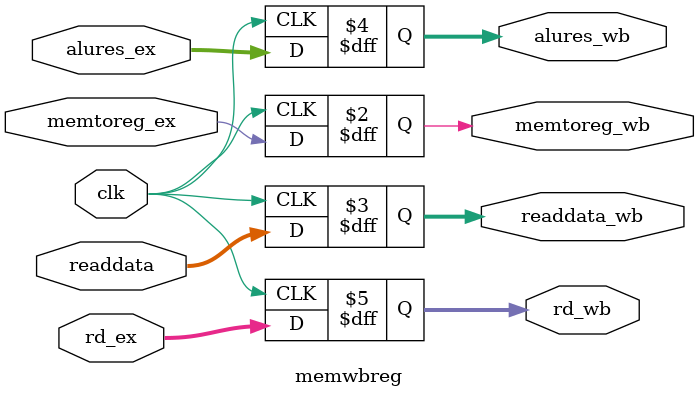
<source format=v>
module memwbreg(clk, readdata,    alures_ex, rd_ex, memtoreg_ex,
                     readdata_wb, alures_wb, rd_wb, memtoreg_wb);

    input clk, memtoreg_ex;
    input [31:0] readdata, alures_ex;
    input [4:0] rd_ex;

    output reg memtoreg_wb;
    output reg [31:0] readdata_wb, alures_wb;
    output reg [4:0]  rd_wb;

    always @(posedge clk) 
    begin
        memtoreg_wb <= memtoreg_ex;
        alures_wb   <= alures_ex;
        readdata_wb <= readdata;
        rd_wb       <= rd_ex;    
    end

endmodule
</source>
